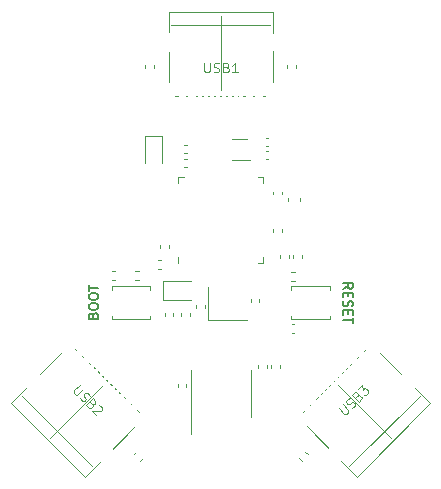
<source format=gto>
G04 #@! TF.GenerationSoftware,KiCad,Pcbnew,(5.1.10-1-10_14)*
G04 #@! TF.CreationDate,2021-07-26T04:46:29-07:00*
G04 #@! TF.ProjectId,Synapse,53796e61-7073-4652-9e6b-696361645f70,1*
G04 #@! TF.SameCoordinates,Original*
G04 #@! TF.FileFunction,Legend,Top*
G04 #@! TF.FilePolarity,Positive*
%FSLAX46Y46*%
G04 Gerber Fmt 4.6, Leading zero omitted, Abs format (unit mm)*
G04 Created by KiCad (PCBNEW (5.1.10-1-10_14)) date 2021-07-26 04:46:29*
%MOMM*%
%LPD*%
G01*
G04 APERTURE LIST*
%ADD10C,0.153000*%
%ADD11C,0.020000*%
%ADD12C,0.100000*%
%ADD13C,0.120000*%
%ADD14C,0.670000*%
%ADD15C,0.152400*%
%ADD16R,0.300000X1.450000*%
%ADD17R,1.150000X1.000000*%
%ADD18R,0.600000X1.100000*%
%ADD19R,5.600000X5.600000*%
%ADD20R,0.450000X0.300000*%
%ADD21R,0.900000X1.700000*%
G04 APERTURE END LIST*
D10*
X-10807142Y-6085714D02*
X-10769047Y-5971428D01*
X-10730952Y-5933333D01*
X-10654761Y-5895238D01*
X-10540476Y-5895238D01*
X-10464285Y-5933333D01*
X-10426190Y-5971428D01*
X-10388095Y-6047619D01*
X-10388095Y-6352380D01*
X-11188095Y-6352380D01*
X-11188095Y-6085714D01*
X-11150000Y-6009523D01*
X-11111904Y-5971428D01*
X-11035714Y-5933333D01*
X-10959523Y-5933333D01*
X-10883333Y-5971428D01*
X-10845238Y-6009523D01*
X-10807142Y-6085714D01*
X-10807142Y-6352380D01*
X-11188095Y-5400000D02*
X-11188095Y-5247619D01*
X-11150000Y-5171428D01*
X-11073809Y-5095238D01*
X-10921428Y-5057142D01*
X-10654761Y-5057142D01*
X-10502380Y-5095238D01*
X-10426190Y-5171428D01*
X-10388095Y-5247619D01*
X-10388095Y-5400000D01*
X-10426190Y-5476190D01*
X-10502380Y-5552380D01*
X-10654761Y-5590476D01*
X-10921428Y-5590476D01*
X-11073809Y-5552380D01*
X-11150000Y-5476190D01*
X-11188095Y-5400000D01*
X-11188095Y-4561904D02*
X-11188095Y-4409523D01*
X-11150000Y-4333333D01*
X-11073809Y-4257142D01*
X-10921428Y-4219047D01*
X-10654761Y-4219047D01*
X-10502380Y-4257142D01*
X-10426190Y-4333333D01*
X-10388095Y-4409523D01*
X-10388095Y-4561904D01*
X-10426190Y-4638095D01*
X-10502380Y-4714285D01*
X-10654761Y-4752380D01*
X-10921428Y-4752380D01*
X-11073809Y-4714285D01*
X-11150000Y-4638095D01*
X-11188095Y-4561904D01*
X-11188095Y-3990476D02*
X-11188095Y-3533333D01*
X-10388095Y-3761904D02*
X-11188095Y-3761904D01*
X10388095Y-3838095D02*
X10769047Y-3571428D01*
X10388095Y-3380952D02*
X11188095Y-3380952D01*
X11188095Y-3685714D01*
X11150000Y-3761904D01*
X11111904Y-3800000D01*
X11035714Y-3838095D01*
X10921428Y-3838095D01*
X10845238Y-3800000D01*
X10807142Y-3761904D01*
X10769047Y-3685714D01*
X10769047Y-3380952D01*
X10807142Y-4180952D02*
X10807142Y-4447619D01*
X10388095Y-4561904D02*
X10388095Y-4180952D01*
X11188095Y-4180952D01*
X11188095Y-4561904D01*
X10426190Y-4866666D02*
X10388095Y-4980952D01*
X10388095Y-5171428D01*
X10426190Y-5247619D01*
X10464285Y-5285714D01*
X10540476Y-5323809D01*
X10616666Y-5323809D01*
X10692857Y-5285714D01*
X10730952Y-5247619D01*
X10769047Y-5171428D01*
X10807142Y-5019047D01*
X10845238Y-4942857D01*
X10883333Y-4904761D01*
X10959523Y-4866666D01*
X11035714Y-4866666D01*
X11111904Y-4904761D01*
X11150000Y-4942857D01*
X11188095Y-5019047D01*
X11188095Y-5209523D01*
X11150000Y-5323809D01*
X10807142Y-5666666D02*
X10807142Y-5933333D01*
X10388095Y-6047619D02*
X10388095Y-5666666D01*
X11188095Y-5666666D01*
X11188095Y-6047619D01*
X11188095Y-6276190D02*
X11188095Y-6733333D01*
X10388095Y-6504761D02*
X11188095Y-6504761D01*
D11*
X9957431Y-11957431D02*
X14426346Y-16426346D01*
D12*
X16830509Y-12890812D02*
X10890812Y-18830509D01*
X6506750Y-14729289D02*
X12729289Y-8506750D01*
X17749747Y-13527208D02*
X11527208Y-19749747D01*
X12729289Y-8506750D02*
X17749747Y-13527208D01*
X6506750Y-14729289D02*
X11527208Y-19749747D01*
D11*
X-9957431Y-11957431D02*
X-14426346Y-16426346D01*
D12*
X-10890812Y-18830509D02*
X-16830509Y-12890812D01*
X-12729289Y-8506750D02*
X-6506750Y-14729289D01*
X-11527208Y-19749747D02*
X-17749747Y-13527208D01*
X-6506750Y-14729289D02*
X-11527208Y-19749747D01*
X-12729289Y-8506750D02*
X-17749747Y-13527208D01*
D11*
X0Y12980000D02*
X0Y19300000D01*
D12*
X-4200000Y18500000D02*
X4200000Y18500000D01*
X4400000Y12500000D02*
X-4400000Y12500000D01*
X-4400000Y19600000D02*
X4400000Y19600000D01*
X-4400000Y12500000D02*
X-4400000Y19600000D01*
X4400000Y12500000D02*
X4400000Y19600000D01*
D13*
X-1050000Y-6500000D02*
X2250000Y-6500000D01*
X-1050000Y-3700000D02*
X-1050000Y-6500000D01*
X-4900000Y-4800000D02*
X-2500000Y-4800000D01*
X-4900000Y-3200000D02*
X-4900000Y-4800000D01*
X-2500000Y-3200000D02*
X-4900000Y-3200000D01*
X-3610000Y-1135000D02*
X-3610000Y-1610000D01*
X3610000Y5610000D02*
X3135000Y5610000D01*
X3610000Y5135000D02*
X3610000Y5610000D01*
X3610000Y-1610000D02*
X3135000Y-1610000D01*
X3610000Y-1135000D02*
X3610000Y-1610000D01*
X-3610000Y5610000D02*
X-3135000Y5610000D01*
X-3610000Y5135000D02*
X-3610000Y5610000D01*
X-2560000Y-12700000D02*
X-2560000Y-16150000D01*
X-2560000Y-12700000D02*
X-2560000Y-10750000D01*
X2560000Y-12700000D02*
X2560000Y-14650000D01*
X2560000Y-12700000D02*
X2560000Y-10750000D01*
X2500000Y7060000D02*
X950000Y7060000D01*
X950000Y8860000D02*
X2250000Y8860000D01*
X9250000Y-3600000D02*
X9250000Y-3900000D01*
X5950000Y-3600000D02*
X9250000Y-3600000D01*
X5950000Y-3900000D02*
X5950000Y-3600000D01*
X9250000Y-6400000D02*
X9250000Y-6100000D01*
X5950000Y-6400000D02*
X9250000Y-6400000D01*
X5950000Y-6100000D02*
X5950000Y-6400000D01*
X-5950000Y-3600000D02*
X-5950000Y-3900000D01*
X-9250000Y-3600000D02*
X-5950000Y-3600000D01*
X-9250000Y-3900000D02*
X-9250000Y-3600000D01*
X-5950000Y-6400000D02*
X-5950000Y-6100000D01*
X-9250000Y-6400000D02*
X-5950000Y-6400000D01*
X-9250000Y-6100000D02*
X-9250000Y-6400000D01*
X-5620000Y15153641D02*
X-5620000Y14846359D01*
X-6380000Y15153641D02*
X-6380000Y14846359D01*
X6622659Y-18160060D02*
X6839940Y-18377341D01*
X7160060Y-17622659D02*
X7377341Y-17839940D01*
X-7160060Y-17622659D02*
X-7377341Y-17839940D01*
X-6622659Y-18160060D02*
X-6839940Y-18377341D01*
X5620000Y15153641D02*
X5620000Y14846359D01*
X6380000Y15153641D02*
X6380000Y14846359D01*
X3120000Y-10246359D02*
X3120000Y-10553641D01*
X3880000Y-10246359D02*
X3880000Y-10553641D01*
X4980000Y-10553641D02*
X4980000Y-10246359D01*
X4220000Y-10553641D02*
X4220000Y-10246359D01*
X5946359Y-3180000D02*
X6253641Y-3180000D01*
X5946359Y-2420000D02*
X6253641Y-2420000D01*
X-2846359Y8380000D02*
X-3153641Y8380000D01*
X-2846359Y7620000D02*
X-3153641Y7620000D01*
X-6946359Y-2320000D02*
X-7253641Y-2320000D01*
X-6946359Y-3080000D02*
X-7253641Y-3080000D01*
X4420000Y1253641D02*
X4420000Y946359D01*
X5180000Y1253641D02*
X5180000Y946359D01*
X-6435000Y9085000D02*
X-6435000Y6800000D01*
X-4965000Y9085000D02*
X-6435000Y9085000D01*
X-4965000Y6800000D02*
X-4965000Y9085000D01*
X6207836Y-6840000D02*
X5992164Y-6840000D01*
X6207836Y-7560000D02*
X5992164Y-7560000D01*
X-5092164Y-2160000D02*
X-5307836Y-2160000D01*
X-5092164Y-1440000D02*
X-5307836Y-1440000D01*
X-3360000Y-5892164D02*
X-3360000Y-6107836D01*
X-2640000Y-5892164D02*
X-2640000Y-6107836D01*
X-4760000Y-5892164D02*
X-4760000Y-6107836D01*
X-4040000Y-5892164D02*
X-4040000Y-6107836D01*
X6140000Y-992164D02*
X6140000Y-1207836D01*
X6860000Y-992164D02*
X6860000Y-1207836D01*
X5040000Y-992164D02*
X5040000Y-1207836D01*
X5760000Y-992164D02*
X5760000Y-1207836D01*
X-8992164Y-2340000D02*
X-9207836Y-2340000D01*
X-8992164Y-3060000D02*
X-9207836Y-3060000D01*
X2540000Y-4742164D02*
X2540000Y-4957836D01*
X3260000Y-4742164D02*
X3260000Y-4957836D01*
X-1340000Y-5457836D02*
X-1340000Y-5242164D01*
X-2060000Y-5457836D02*
X-2060000Y-5242164D01*
X-5110000Y-357836D02*
X-5110000Y-142164D01*
X-4390000Y-357836D02*
X-4390000Y-142164D01*
X-3107836Y6440000D02*
X-2892164Y6440000D01*
X-3107836Y7160000D02*
X-2892164Y7160000D01*
X4440000Y4382836D02*
X4440000Y4167164D01*
X5160000Y4382836D02*
X5160000Y4167164D01*
X5690000Y3840580D02*
X5690000Y3559420D01*
X6710000Y3840580D02*
X6710000Y3559420D01*
X-2920000Y-12147836D02*
X-2920000Y-11932164D01*
X-3640000Y-12147836D02*
X-3640000Y-11932164D01*
X3792164Y7140000D02*
X4007836Y7140000D01*
X3792164Y7860000D02*
X4007836Y7860000D01*
X3792164Y8240000D02*
X4007836Y8240000D01*
X3792164Y8960000D02*
X4007836Y8960000D01*
D12*
X9986724Y-13953155D02*
X10444660Y-14411090D01*
X10525472Y-14438028D01*
X10579347Y-14438028D01*
X10660159Y-14411090D01*
X10767909Y-14303341D01*
X10794846Y-14222529D01*
X10794846Y-14168654D01*
X10767909Y-14087842D01*
X10309973Y-13629906D01*
X11091158Y-13926217D02*
X11198907Y-13872342D01*
X11333594Y-13737655D01*
X11360532Y-13656843D01*
X11360532Y-13602968D01*
X11333594Y-13522156D01*
X11279720Y-13468281D01*
X11198907Y-13441344D01*
X11145032Y-13441344D01*
X11064220Y-13468281D01*
X10929533Y-13549094D01*
X10848721Y-13576031D01*
X10794846Y-13576031D01*
X10714034Y-13549094D01*
X10660159Y-13495219D01*
X10633222Y-13414407D01*
X10633222Y-13360532D01*
X10660159Y-13279720D01*
X10794846Y-13145032D01*
X10902596Y-13091158D01*
X11576031Y-12902596D02*
X11683781Y-12848721D01*
X11737655Y-12848721D01*
X11818468Y-12875658D01*
X11899280Y-12956471D01*
X11926217Y-13037283D01*
X11926217Y-13091158D01*
X11899280Y-13171970D01*
X11683781Y-13387469D01*
X11118095Y-12821784D01*
X11306657Y-12633222D01*
X11387469Y-12606284D01*
X11441344Y-12606284D01*
X11522156Y-12633222D01*
X11576031Y-12687097D01*
X11602968Y-12767909D01*
X11602968Y-12821784D01*
X11576031Y-12902596D01*
X11387469Y-13091158D01*
X11629906Y-12309973D02*
X11980092Y-11959787D01*
X12007029Y-12363848D01*
X12087842Y-12283036D01*
X12168654Y-12256098D01*
X12222529Y-12256098D01*
X12303341Y-12283036D01*
X12438028Y-12417723D01*
X12464965Y-12498535D01*
X12464965Y-12552410D01*
X12438028Y-12633222D01*
X12276403Y-12794846D01*
X12195591Y-12821784D01*
X12141716Y-12821784D01*
X-11953155Y-11986724D02*
X-12411090Y-12444660D01*
X-12438028Y-12525472D01*
X-12438028Y-12579347D01*
X-12411090Y-12660159D01*
X-12303341Y-12767909D01*
X-12222529Y-12794846D01*
X-12168654Y-12794846D01*
X-12087842Y-12767909D01*
X-11629906Y-12309973D01*
X-11926217Y-13091158D02*
X-11872342Y-13198907D01*
X-11737655Y-13333594D01*
X-11656843Y-13360532D01*
X-11602968Y-13360532D01*
X-11522156Y-13333594D01*
X-11468281Y-13279720D01*
X-11441344Y-13198907D01*
X-11441344Y-13145032D01*
X-11468281Y-13064220D01*
X-11549094Y-12929533D01*
X-11576031Y-12848721D01*
X-11576031Y-12794846D01*
X-11549094Y-12714034D01*
X-11495219Y-12660159D01*
X-11414407Y-12633222D01*
X-11360532Y-12633222D01*
X-11279720Y-12660159D01*
X-11145032Y-12794846D01*
X-11091158Y-12902596D01*
X-10902596Y-13576031D02*
X-10848721Y-13683781D01*
X-10848721Y-13737655D01*
X-10875658Y-13818468D01*
X-10956471Y-13899280D01*
X-11037283Y-13926217D01*
X-11091158Y-13926217D01*
X-11171970Y-13899280D01*
X-11387469Y-13683781D01*
X-10821784Y-13118095D01*
X-10633222Y-13306657D01*
X-10606284Y-13387469D01*
X-10606284Y-13441344D01*
X-10633222Y-13522156D01*
X-10687097Y-13576031D01*
X-10767909Y-13602968D01*
X-10821784Y-13602968D01*
X-10902596Y-13576031D01*
X-11091158Y-13387469D01*
X-10336910Y-13710718D02*
X-10283036Y-13710718D01*
X-10202223Y-13737655D01*
X-10067536Y-13872342D01*
X-10040599Y-13953155D01*
X-10040599Y-14007029D01*
X-10067536Y-14087842D01*
X-10121411Y-14141716D01*
X-10229161Y-14195591D01*
X-10875658Y-14195591D01*
X-10525472Y-14545777D01*
X-1390476Y15288095D02*
X-1390476Y14640476D01*
X-1352380Y14564285D01*
X-1314285Y14526190D01*
X-1238095Y14488095D01*
X-1085714Y14488095D01*
X-1009523Y14526190D01*
X-971428Y14564285D01*
X-933333Y14640476D01*
X-933333Y15288095D01*
X-590476Y14526190D02*
X-476190Y14488095D01*
X-285714Y14488095D01*
X-209523Y14526190D01*
X-171428Y14564285D01*
X-133333Y14640476D01*
X-133333Y14716666D01*
X-171428Y14792857D01*
X-209523Y14830952D01*
X-285714Y14869047D01*
X-438095Y14907142D01*
X-514285Y14945238D01*
X-552380Y14983333D01*
X-590476Y15059523D01*
X-590476Y15135714D01*
X-552380Y15211904D01*
X-514285Y15250000D01*
X-438095Y15288095D01*
X-247619Y15288095D01*
X-133333Y15250000D01*
X476190Y14907142D02*
X590476Y14869047D01*
X628571Y14830952D01*
X666666Y14754761D01*
X666666Y14640476D01*
X628571Y14564285D01*
X590476Y14526190D01*
X514285Y14488095D01*
X209523Y14488095D01*
X209523Y15288095D01*
X476190Y15288095D01*
X552380Y15250000D01*
X590476Y15211904D01*
X628571Y15135714D01*
X628571Y15059523D01*
X590476Y14983333D01*
X552380Y14945238D01*
X476190Y14907142D01*
X209523Y14907142D01*
X1428571Y14488095D02*
X971428Y14488095D01*
X1200000Y14488095D02*
X1200000Y15288095D01*
X1123809Y15173809D01*
X1047619Y15097619D01*
X971428Y15059523D01*
%LPC*%
D14*
X12269670Y-10168451D03*
X8168451Y-14269670D03*
D15*
G36*
X7196178Y-14216636D02*
G01*
X6170874Y-13191332D01*
X6383006Y-12979200D01*
X7408310Y-14004504D01*
X7196178Y-14216636D01*
G37*
G36*
X7761864Y-13650951D02*
G01*
X6736560Y-12625647D01*
X6948692Y-12413515D01*
X7973996Y-13438819D01*
X7761864Y-13650951D01*
G37*
G36*
X8362905Y-13049910D02*
G01*
X7337601Y-12024606D01*
X7549733Y-11812474D01*
X8575037Y-12837778D01*
X8362905Y-13049910D01*
G37*
G36*
G01*
X9603878Y-18420386D02*
X9179614Y-17996122D01*
G75*
G02*
X9179614Y-17289016I353553J353553D01*
G01*
X9179614Y-17289016D01*
G75*
G02*
X9886720Y-17289016I353553J-353553D01*
G01*
X10310984Y-17713280D01*
G75*
G02*
X10310984Y-18420386I-353553J-353553D01*
G01*
X10310984Y-18420386D01*
G75*
G02*
X9603878Y-18420386I-353553J353553D01*
G01*
G37*
G36*
G01*
X15713280Y-12310984D02*
X15289016Y-11886720D01*
G75*
G02*
X15289016Y-11179614I353553J353553D01*
G01*
X15289016Y-11179614D01*
G75*
G02*
X15996122Y-11179614I353553J-353553D01*
G01*
X16420386Y-11603878D01*
G75*
G02*
X16420386Y-12310984I-353553J-353553D01*
G01*
X16420386Y-12310984D01*
G75*
G02*
X15713280Y-12310984I-353553J353553D01*
G01*
G37*
G36*
G01*
X12757574Y-9355277D02*
X12333310Y-8931013D01*
G75*
G02*
X12333310Y-8223907I353553J353553D01*
G01*
X12333310Y-8223907D01*
G75*
G02*
X13040416Y-8223907I353553J-353553D01*
G01*
X13464680Y-8648171D01*
G75*
G02*
X13464680Y-9355277I-353553J-353553D01*
G01*
X13464680Y-9355277D01*
G75*
G02*
X12757574Y-9355277I-353553J353553D01*
G01*
G37*
G36*
G01*
X6648171Y-15464680D02*
X6223907Y-15040416D01*
G75*
G02*
X6223907Y-14333310I353553J353553D01*
G01*
X6223907Y-14333310D01*
G75*
G02*
X6931013Y-14333310I353553J-353553D01*
G01*
X7355277Y-14757574D01*
G75*
G02*
X7355277Y-15464680I-353553J-353553D01*
G01*
X7355277Y-15464680D01*
G75*
G02*
X6648171Y-15464680I-353553J353553D01*
G01*
G37*
G36*
X7408310Y-14004504D02*
G01*
X6383006Y-12979200D01*
X6595138Y-12767068D01*
X7620442Y-13792372D01*
X7408310Y-14004504D01*
G37*
G36*
X7973996Y-13438819D02*
G01*
X6948692Y-12413515D01*
X7160824Y-12201383D01*
X8186128Y-13226687D01*
X7973996Y-13438819D01*
G37*
G36*
X8716458Y-12696357D02*
G01*
X7691154Y-11671053D01*
X7903286Y-11458921D01*
X8928590Y-12484225D01*
X8716458Y-12696357D01*
G37*
G36*
X10837778Y-10575037D02*
G01*
X9812474Y-9549733D01*
X10024606Y-9337601D01*
X11049910Y-10362905D01*
X10837778Y-10575037D01*
G37*
G36*
X11438819Y-9973996D02*
G01*
X10413515Y-8948692D01*
X10625647Y-8736560D01*
X11650951Y-9761864D01*
X11438819Y-9973996D01*
G37*
G36*
X12004504Y-9408310D02*
G01*
X10979200Y-8383006D01*
X11191332Y-8170874D01*
X12216636Y-9196178D01*
X12004504Y-9408310D01*
G37*
G36*
X11792372Y-9620442D02*
G01*
X10767068Y-8595138D01*
X10979200Y-8383006D01*
X12004504Y-9408310D01*
X11792372Y-9620442D01*
G37*
G36*
X11226687Y-10186128D02*
G01*
X10201383Y-9160824D01*
X10413515Y-8948692D01*
X11438819Y-9973996D01*
X11226687Y-10186128D01*
G37*
G36*
X10484225Y-10928590D02*
G01*
X9458921Y-9903286D01*
X9671053Y-9691154D01*
X10696357Y-10716458D01*
X10484225Y-10928590D01*
G37*
G36*
X10130672Y-11282143D02*
G01*
X9105368Y-10256839D01*
X9317500Y-10044707D01*
X10342804Y-11070011D01*
X10130672Y-11282143D01*
G37*
G36*
X9777118Y-11635697D02*
G01*
X8751814Y-10610393D01*
X8963946Y-10398261D01*
X9989250Y-11423565D01*
X9777118Y-11635697D01*
G37*
G36*
X9423565Y-11989250D02*
G01*
X8398261Y-10963946D01*
X8610393Y-10751814D01*
X9635697Y-11777118D01*
X9423565Y-11989250D01*
G37*
G36*
X9070011Y-12342804D02*
G01*
X8044707Y-11317500D01*
X8256839Y-11105368D01*
X9282143Y-12130672D01*
X9070011Y-12342804D01*
G37*
D14*
X-8168451Y-14269670D03*
X-12269670Y-10168451D03*
D15*
G36*
X-12216636Y-9196178D02*
G01*
X-11191332Y-8170874D01*
X-10979200Y-8383006D01*
X-12004504Y-9408310D01*
X-12216636Y-9196178D01*
G37*
G36*
X-11650951Y-9761864D02*
G01*
X-10625647Y-8736560D01*
X-10413515Y-8948692D01*
X-11438819Y-9973996D01*
X-11650951Y-9761864D01*
G37*
G36*
X-11049910Y-10362905D02*
G01*
X-10024606Y-9337601D01*
X-9812474Y-9549733D01*
X-10837778Y-10575037D01*
X-11049910Y-10362905D01*
G37*
G36*
G01*
X-16420386Y-11603878D02*
X-15996122Y-11179614D01*
G75*
G02*
X-15289016Y-11179614I353553J-353553D01*
G01*
X-15289016Y-11179614D01*
G75*
G02*
X-15289016Y-11886720I-353553J-353553D01*
G01*
X-15713280Y-12310984D01*
G75*
G02*
X-16420386Y-12310984I-353553J353553D01*
G01*
X-16420386Y-12310984D01*
G75*
G02*
X-16420386Y-11603878I353553J353553D01*
G01*
G37*
G36*
G01*
X-10310984Y-17713280D02*
X-9886720Y-17289016D01*
G75*
G02*
X-9179614Y-17289016I353553J-353553D01*
G01*
X-9179614Y-17289016D01*
G75*
G02*
X-9179614Y-17996122I-353553J-353553D01*
G01*
X-9603878Y-18420386D01*
G75*
G02*
X-10310984Y-18420386I-353553J353553D01*
G01*
X-10310984Y-18420386D01*
G75*
G02*
X-10310984Y-17713280I353553J353553D01*
G01*
G37*
G36*
G01*
X-7355277Y-14757574D02*
X-6931013Y-14333310D01*
G75*
G02*
X-6223907Y-14333310I353553J-353553D01*
G01*
X-6223907Y-14333310D01*
G75*
G02*
X-6223907Y-15040416I-353553J-353553D01*
G01*
X-6648171Y-15464680D01*
G75*
G02*
X-7355277Y-15464680I-353553J353553D01*
G01*
X-7355277Y-15464680D01*
G75*
G02*
X-7355277Y-14757574I353553J353553D01*
G01*
G37*
G36*
G01*
X-13464680Y-8648171D02*
X-13040416Y-8223907D01*
G75*
G02*
X-12333310Y-8223907I353553J-353553D01*
G01*
X-12333310Y-8223907D01*
G75*
G02*
X-12333310Y-8931013I-353553J-353553D01*
G01*
X-12757574Y-9355277D01*
G75*
G02*
X-13464680Y-9355277I-353553J353553D01*
G01*
X-13464680Y-9355277D01*
G75*
G02*
X-13464680Y-8648171I353553J353553D01*
G01*
G37*
G36*
X-12004504Y-9408310D02*
G01*
X-10979200Y-8383006D01*
X-10767068Y-8595138D01*
X-11792372Y-9620442D01*
X-12004504Y-9408310D01*
G37*
G36*
X-11438819Y-9973996D02*
G01*
X-10413515Y-8948692D01*
X-10201383Y-9160824D01*
X-11226687Y-10186128D01*
X-11438819Y-9973996D01*
G37*
G36*
X-10696357Y-10716458D02*
G01*
X-9671053Y-9691154D01*
X-9458921Y-9903286D01*
X-10484225Y-10928590D01*
X-10696357Y-10716458D01*
G37*
G36*
X-8575037Y-12837778D02*
G01*
X-7549733Y-11812474D01*
X-7337601Y-12024606D01*
X-8362905Y-13049910D01*
X-8575037Y-12837778D01*
G37*
G36*
X-7973996Y-13438819D02*
G01*
X-6948692Y-12413515D01*
X-6736560Y-12625647D01*
X-7761864Y-13650951D01*
X-7973996Y-13438819D01*
G37*
G36*
X-7408310Y-14004504D02*
G01*
X-6383006Y-12979200D01*
X-6170874Y-13191332D01*
X-7196178Y-14216636D01*
X-7408310Y-14004504D01*
G37*
G36*
X-7620442Y-13792372D02*
G01*
X-6595138Y-12767068D01*
X-6383006Y-12979200D01*
X-7408310Y-14004504D01*
X-7620442Y-13792372D01*
G37*
G36*
X-8186128Y-13226687D02*
G01*
X-7160824Y-12201383D01*
X-6948692Y-12413515D01*
X-7973996Y-13438819D01*
X-8186128Y-13226687D01*
G37*
G36*
X-8928590Y-12484225D02*
G01*
X-7903286Y-11458921D01*
X-7691154Y-11671053D01*
X-8716458Y-12696357D01*
X-8928590Y-12484225D01*
G37*
G36*
X-9282143Y-12130672D02*
G01*
X-8256839Y-11105368D01*
X-8044707Y-11317500D01*
X-9070011Y-12342804D01*
X-9282143Y-12130672D01*
G37*
G36*
X-9635697Y-11777118D02*
G01*
X-8610393Y-10751814D01*
X-8398261Y-10963946D01*
X-9423565Y-11989250D01*
X-9635697Y-11777118D01*
G37*
G36*
X-9989250Y-11423565D02*
G01*
X-8963946Y-10398261D01*
X-8751814Y-10610393D01*
X-9777118Y-11635697D01*
X-9989250Y-11423565D01*
G37*
G36*
X-10342804Y-11070011D02*
G01*
X-9317500Y-10044707D01*
X-9105368Y-10256839D01*
X-10130672Y-11282143D01*
X-10342804Y-11070011D01*
G37*
D14*
X-2900000Y13350000D03*
X2900000Y13350000D03*
D16*
X3400000Y11900000D03*
X2600000Y11900000D03*
X1750000Y11900000D03*
G36*
G01*
X4820000Y17300000D02*
X4820000Y16700000D01*
G75*
G02*
X4320000Y16200000I-500000J0D01*
G01*
X4320000Y16200000D01*
G75*
G02*
X3820000Y16700000I0J500000D01*
G01*
X3820000Y17300000D01*
G75*
G02*
X4320000Y17800000I500000J0D01*
G01*
X4320000Y17800000D01*
G75*
G02*
X4820000Y17300000I0J-500000D01*
G01*
G37*
G36*
G01*
X-3820000Y17300000D02*
X-3820000Y16700000D01*
G75*
G02*
X-4320000Y16200000I-500000J0D01*
G01*
X-4320000Y16200000D01*
G75*
G02*
X-4820000Y16700000I0J500000D01*
G01*
X-4820000Y17300000D01*
G75*
G02*
X-4320000Y17800000I500000J0D01*
G01*
X-4320000Y17800000D01*
G75*
G02*
X-3820000Y17300000I0J-500000D01*
G01*
G37*
G36*
G01*
X-3820000Y13120000D02*
X-3820000Y12520000D01*
G75*
G02*
X-4320000Y12020000I-500000J0D01*
G01*
X-4320000Y12020000D01*
G75*
G02*
X-4820000Y12520000I0J500000D01*
G01*
X-4820000Y13120000D01*
G75*
G02*
X-4320000Y13620000I500000J0D01*
G01*
X-4320000Y13620000D01*
G75*
G02*
X-3820000Y13120000I0J-500000D01*
G01*
G37*
G36*
G01*
X4820000Y13120000D02*
X4820000Y12520000D01*
G75*
G02*
X4320000Y12020000I-500000J0D01*
G01*
X4320000Y12020000D01*
G75*
G02*
X3820000Y12520000I0J500000D01*
G01*
X3820000Y13120000D01*
G75*
G02*
X4320000Y13620000I500000J0D01*
G01*
X4320000Y13620000D01*
G75*
G02*
X4820000Y13120000I0J-500000D01*
G01*
G37*
X3100000Y11900000D03*
X2300000Y11900000D03*
X1250000Y11900000D03*
X-1750000Y11900000D03*
X-2600000Y11900000D03*
X-3400000Y11900000D03*
X-3100000Y11900000D03*
X-2300000Y11900000D03*
X-1250000Y11900000D03*
X-750000Y11900000D03*
X-250000Y11900000D03*
X250000Y11900000D03*
X750000Y11900000D03*
D17*
X-275000Y-4400000D03*
X1475000Y-4400000D03*
X1475000Y-5800000D03*
X-275000Y-5800000D03*
D18*
X-3000000Y-4000000D03*
X-4400000Y-4000000D03*
D19*
X0Y2000000D03*
G36*
G01*
X-3062500Y-875000D02*
X-3812500Y-875000D01*
G75*
G02*
X-3875000Y-812500I0J62500D01*
G01*
X-3875000Y-687500D01*
G75*
G02*
X-3812500Y-625000I62500J0D01*
G01*
X-3062500Y-625000D01*
G75*
G02*
X-3000000Y-687500I0J-62500D01*
G01*
X-3000000Y-812500D01*
G75*
G02*
X-3062500Y-875000I-62500J0D01*
G01*
G37*
G36*
G01*
X-3062500Y-375000D02*
X-3812500Y-375000D01*
G75*
G02*
X-3875000Y-312500I0J62500D01*
G01*
X-3875000Y-187500D01*
G75*
G02*
X-3812500Y-125000I62500J0D01*
G01*
X-3062500Y-125000D01*
G75*
G02*
X-3000000Y-187500I0J-62500D01*
G01*
X-3000000Y-312500D01*
G75*
G02*
X-3062500Y-375000I-62500J0D01*
G01*
G37*
G36*
G01*
X-3062500Y125000D02*
X-3812500Y125000D01*
G75*
G02*
X-3875000Y187500I0J62500D01*
G01*
X-3875000Y312500D01*
G75*
G02*
X-3812500Y375000I62500J0D01*
G01*
X-3062500Y375000D01*
G75*
G02*
X-3000000Y312500I0J-62500D01*
G01*
X-3000000Y187500D01*
G75*
G02*
X-3062500Y125000I-62500J0D01*
G01*
G37*
G36*
G01*
X-3062500Y625000D02*
X-3812500Y625000D01*
G75*
G02*
X-3875000Y687500I0J62500D01*
G01*
X-3875000Y812500D01*
G75*
G02*
X-3812500Y875000I62500J0D01*
G01*
X-3062500Y875000D01*
G75*
G02*
X-3000000Y812500I0J-62500D01*
G01*
X-3000000Y687500D01*
G75*
G02*
X-3062500Y625000I-62500J0D01*
G01*
G37*
G36*
G01*
X-3062500Y1125000D02*
X-3812500Y1125000D01*
G75*
G02*
X-3875000Y1187500I0J62500D01*
G01*
X-3875000Y1312500D01*
G75*
G02*
X-3812500Y1375000I62500J0D01*
G01*
X-3062500Y1375000D01*
G75*
G02*
X-3000000Y1312500I0J-62500D01*
G01*
X-3000000Y1187500D01*
G75*
G02*
X-3062500Y1125000I-62500J0D01*
G01*
G37*
G36*
G01*
X-3062500Y1625000D02*
X-3812500Y1625000D01*
G75*
G02*
X-3875000Y1687500I0J62500D01*
G01*
X-3875000Y1812500D01*
G75*
G02*
X-3812500Y1875000I62500J0D01*
G01*
X-3062500Y1875000D01*
G75*
G02*
X-3000000Y1812500I0J-62500D01*
G01*
X-3000000Y1687500D01*
G75*
G02*
X-3062500Y1625000I-62500J0D01*
G01*
G37*
G36*
G01*
X-3062500Y2125000D02*
X-3812500Y2125000D01*
G75*
G02*
X-3875000Y2187500I0J62500D01*
G01*
X-3875000Y2312500D01*
G75*
G02*
X-3812500Y2375000I62500J0D01*
G01*
X-3062500Y2375000D01*
G75*
G02*
X-3000000Y2312500I0J-62500D01*
G01*
X-3000000Y2187500D01*
G75*
G02*
X-3062500Y2125000I-62500J0D01*
G01*
G37*
G36*
G01*
X-3062500Y2625000D02*
X-3812500Y2625000D01*
G75*
G02*
X-3875000Y2687500I0J62500D01*
G01*
X-3875000Y2812500D01*
G75*
G02*
X-3812500Y2875000I62500J0D01*
G01*
X-3062500Y2875000D01*
G75*
G02*
X-3000000Y2812500I0J-62500D01*
G01*
X-3000000Y2687500D01*
G75*
G02*
X-3062500Y2625000I-62500J0D01*
G01*
G37*
G36*
G01*
X-3062500Y3125000D02*
X-3812500Y3125000D01*
G75*
G02*
X-3875000Y3187500I0J62500D01*
G01*
X-3875000Y3312500D01*
G75*
G02*
X-3812500Y3375000I62500J0D01*
G01*
X-3062500Y3375000D01*
G75*
G02*
X-3000000Y3312500I0J-62500D01*
G01*
X-3000000Y3187500D01*
G75*
G02*
X-3062500Y3125000I-62500J0D01*
G01*
G37*
G36*
G01*
X-3062500Y3625000D02*
X-3812500Y3625000D01*
G75*
G02*
X-3875000Y3687500I0J62500D01*
G01*
X-3875000Y3812500D01*
G75*
G02*
X-3812500Y3875000I62500J0D01*
G01*
X-3062500Y3875000D01*
G75*
G02*
X-3000000Y3812500I0J-62500D01*
G01*
X-3000000Y3687500D01*
G75*
G02*
X-3062500Y3625000I-62500J0D01*
G01*
G37*
G36*
G01*
X-3062500Y4125000D02*
X-3812500Y4125000D01*
G75*
G02*
X-3875000Y4187500I0J62500D01*
G01*
X-3875000Y4312500D01*
G75*
G02*
X-3812500Y4375000I62500J0D01*
G01*
X-3062500Y4375000D01*
G75*
G02*
X-3000000Y4312500I0J-62500D01*
G01*
X-3000000Y4187500D01*
G75*
G02*
X-3062500Y4125000I-62500J0D01*
G01*
G37*
G36*
G01*
X-3062500Y4625000D02*
X-3812500Y4625000D01*
G75*
G02*
X-3875000Y4687500I0J62500D01*
G01*
X-3875000Y4812500D01*
G75*
G02*
X-3812500Y4875000I62500J0D01*
G01*
X-3062500Y4875000D01*
G75*
G02*
X-3000000Y4812500I0J-62500D01*
G01*
X-3000000Y4687500D01*
G75*
G02*
X-3062500Y4625000I-62500J0D01*
G01*
G37*
G36*
G01*
X-2687500Y5000000D02*
X-2812500Y5000000D01*
G75*
G02*
X-2875000Y5062500I0J62500D01*
G01*
X-2875000Y5812500D01*
G75*
G02*
X-2812500Y5875000I62500J0D01*
G01*
X-2687500Y5875000D01*
G75*
G02*
X-2625000Y5812500I0J-62500D01*
G01*
X-2625000Y5062500D01*
G75*
G02*
X-2687500Y5000000I-62500J0D01*
G01*
G37*
G36*
G01*
X-2187500Y5000000D02*
X-2312500Y5000000D01*
G75*
G02*
X-2375000Y5062500I0J62500D01*
G01*
X-2375000Y5812500D01*
G75*
G02*
X-2312500Y5875000I62500J0D01*
G01*
X-2187500Y5875000D01*
G75*
G02*
X-2125000Y5812500I0J-62500D01*
G01*
X-2125000Y5062500D01*
G75*
G02*
X-2187500Y5000000I-62500J0D01*
G01*
G37*
G36*
G01*
X-1687500Y5000000D02*
X-1812500Y5000000D01*
G75*
G02*
X-1875000Y5062500I0J62500D01*
G01*
X-1875000Y5812500D01*
G75*
G02*
X-1812500Y5875000I62500J0D01*
G01*
X-1687500Y5875000D01*
G75*
G02*
X-1625000Y5812500I0J-62500D01*
G01*
X-1625000Y5062500D01*
G75*
G02*
X-1687500Y5000000I-62500J0D01*
G01*
G37*
G36*
G01*
X-1187500Y5000000D02*
X-1312500Y5000000D01*
G75*
G02*
X-1375000Y5062500I0J62500D01*
G01*
X-1375000Y5812500D01*
G75*
G02*
X-1312500Y5875000I62500J0D01*
G01*
X-1187500Y5875000D01*
G75*
G02*
X-1125000Y5812500I0J-62500D01*
G01*
X-1125000Y5062500D01*
G75*
G02*
X-1187500Y5000000I-62500J0D01*
G01*
G37*
G36*
G01*
X-687500Y5000000D02*
X-812500Y5000000D01*
G75*
G02*
X-875000Y5062500I0J62500D01*
G01*
X-875000Y5812500D01*
G75*
G02*
X-812500Y5875000I62500J0D01*
G01*
X-687500Y5875000D01*
G75*
G02*
X-625000Y5812500I0J-62500D01*
G01*
X-625000Y5062500D01*
G75*
G02*
X-687500Y5000000I-62500J0D01*
G01*
G37*
G36*
G01*
X-187500Y5000000D02*
X-312500Y5000000D01*
G75*
G02*
X-375000Y5062500I0J62500D01*
G01*
X-375000Y5812500D01*
G75*
G02*
X-312500Y5875000I62500J0D01*
G01*
X-187500Y5875000D01*
G75*
G02*
X-125000Y5812500I0J-62500D01*
G01*
X-125000Y5062500D01*
G75*
G02*
X-187500Y5000000I-62500J0D01*
G01*
G37*
G36*
G01*
X312500Y5000000D02*
X187500Y5000000D01*
G75*
G02*
X125000Y5062500I0J62500D01*
G01*
X125000Y5812500D01*
G75*
G02*
X187500Y5875000I62500J0D01*
G01*
X312500Y5875000D01*
G75*
G02*
X375000Y5812500I0J-62500D01*
G01*
X375000Y5062500D01*
G75*
G02*
X312500Y5000000I-62500J0D01*
G01*
G37*
G36*
G01*
X812500Y5000000D02*
X687500Y5000000D01*
G75*
G02*
X625000Y5062500I0J62500D01*
G01*
X625000Y5812500D01*
G75*
G02*
X687500Y5875000I62500J0D01*
G01*
X812500Y5875000D01*
G75*
G02*
X875000Y5812500I0J-62500D01*
G01*
X875000Y5062500D01*
G75*
G02*
X812500Y5000000I-62500J0D01*
G01*
G37*
G36*
G01*
X1312500Y5000000D02*
X1187500Y5000000D01*
G75*
G02*
X1125000Y5062500I0J62500D01*
G01*
X1125000Y5812500D01*
G75*
G02*
X1187500Y5875000I62500J0D01*
G01*
X1312500Y5875000D01*
G75*
G02*
X1375000Y5812500I0J-62500D01*
G01*
X1375000Y5062500D01*
G75*
G02*
X1312500Y5000000I-62500J0D01*
G01*
G37*
G36*
G01*
X1812500Y5000000D02*
X1687500Y5000000D01*
G75*
G02*
X1625000Y5062500I0J62500D01*
G01*
X1625000Y5812500D01*
G75*
G02*
X1687500Y5875000I62500J0D01*
G01*
X1812500Y5875000D01*
G75*
G02*
X1875000Y5812500I0J-62500D01*
G01*
X1875000Y5062500D01*
G75*
G02*
X1812500Y5000000I-62500J0D01*
G01*
G37*
G36*
G01*
X2312500Y5000000D02*
X2187500Y5000000D01*
G75*
G02*
X2125000Y5062500I0J62500D01*
G01*
X2125000Y5812500D01*
G75*
G02*
X2187500Y5875000I62500J0D01*
G01*
X2312500Y5875000D01*
G75*
G02*
X2375000Y5812500I0J-62500D01*
G01*
X2375000Y5062500D01*
G75*
G02*
X2312500Y5000000I-62500J0D01*
G01*
G37*
G36*
G01*
X2812500Y5000000D02*
X2687500Y5000000D01*
G75*
G02*
X2625000Y5062500I0J62500D01*
G01*
X2625000Y5812500D01*
G75*
G02*
X2687500Y5875000I62500J0D01*
G01*
X2812500Y5875000D01*
G75*
G02*
X2875000Y5812500I0J-62500D01*
G01*
X2875000Y5062500D01*
G75*
G02*
X2812500Y5000000I-62500J0D01*
G01*
G37*
G36*
G01*
X3812500Y4625000D02*
X3062500Y4625000D01*
G75*
G02*
X3000000Y4687500I0J62500D01*
G01*
X3000000Y4812500D01*
G75*
G02*
X3062500Y4875000I62500J0D01*
G01*
X3812500Y4875000D01*
G75*
G02*
X3875000Y4812500I0J-62500D01*
G01*
X3875000Y4687500D01*
G75*
G02*
X3812500Y4625000I-62500J0D01*
G01*
G37*
G36*
G01*
X3812500Y4125000D02*
X3062500Y4125000D01*
G75*
G02*
X3000000Y4187500I0J62500D01*
G01*
X3000000Y4312500D01*
G75*
G02*
X3062500Y4375000I62500J0D01*
G01*
X3812500Y4375000D01*
G75*
G02*
X3875000Y4312500I0J-62500D01*
G01*
X3875000Y4187500D01*
G75*
G02*
X3812500Y4125000I-62500J0D01*
G01*
G37*
G36*
G01*
X3812500Y3625000D02*
X3062500Y3625000D01*
G75*
G02*
X3000000Y3687500I0J62500D01*
G01*
X3000000Y3812500D01*
G75*
G02*
X3062500Y3875000I62500J0D01*
G01*
X3812500Y3875000D01*
G75*
G02*
X3875000Y3812500I0J-62500D01*
G01*
X3875000Y3687500D01*
G75*
G02*
X3812500Y3625000I-62500J0D01*
G01*
G37*
G36*
G01*
X3812500Y3125000D02*
X3062500Y3125000D01*
G75*
G02*
X3000000Y3187500I0J62500D01*
G01*
X3000000Y3312500D01*
G75*
G02*
X3062500Y3375000I62500J0D01*
G01*
X3812500Y3375000D01*
G75*
G02*
X3875000Y3312500I0J-62500D01*
G01*
X3875000Y3187500D01*
G75*
G02*
X3812500Y3125000I-62500J0D01*
G01*
G37*
G36*
G01*
X3812500Y2625000D02*
X3062500Y2625000D01*
G75*
G02*
X3000000Y2687500I0J62500D01*
G01*
X3000000Y2812500D01*
G75*
G02*
X3062500Y2875000I62500J0D01*
G01*
X3812500Y2875000D01*
G75*
G02*
X3875000Y2812500I0J-62500D01*
G01*
X3875000Y2687500D01*
G75*
G02*
X3812500Y2625000I-62500J0D01*
G01*
G37*
G36*
G01*
X3812500Y2125000D02*
X3062500Y2125000D01*
G75*
G02*
X3000000Y2187500I0J62500D01*
G01*
X3000000Y2312500D01*
G75*
G02*
X3062500Y2375000I62500J0D01*
G01*
X3812500Y2375000D01*
G75*
G02*
X3875000Y2312500I0J-62500D01*
G01*
X3875000Y2187500D01*
G75*
G02*
X3812500Y2125000I-62500J0D01*
G01*
G37*
G36*
G01*
X3812500Y1625000D02*
X3062500Y1625000D01*
G75*
G02*
X3000000Y1687500I0J62500D01*
G01*
X3000000Y1812500D01*
G75*
G02*
X3062500Y1875000I62500J0D01*
G01*
X3812500Y1875000D01*
G75*
G02*
X3875000Y1812500I0J-62500D01*
G01*
X3875000Y1687500D01*
G75*
G02*
X3812500Y1625000I-62500J0D01*
G01*
G37*
G36*
G01*
X3812500Y1125000D02*
X3062500Y1125000D01*
G75*
G02*
X3000000Y1187500I0J62500D01*
G01*
X3000000Y1312500D01*
G75*
G02*
X3062500Y1375000I62500J0D01*
G01*
X3812500Y1375000D01*
G75*
G02*
X3875000Y1312500I0J-62500D01*
G01*
X3875000Y1187500D01*
G75*
G02*
X3812500Y1125000I-62500J0D01*
G01*
G37*
G36*
G01*
X3812500Y625000D02*
X3062500Y625000D01*
G75*
G02*
X3000000Y687500I0J62500D01*
G01*
X3000000Y812500D01*
G75*
G02*
X3062500Y875000I62500J0D01*
G01*
X3812500Y875000D01*
G75*
G02*
X3875000Y812500I0J-62500D01*
G01*
X3875000Y687500D01*
G75*
G02*
X3812500Y625000I-62500J0D01*
G01*
G37*
G36*
G01*
X3812500Y125000D02*
X3062500Y125000D01*
G75*
G02*
X3000000Y187500I0J62500D01*
G01*
X3000000Y312500D01*
G75*
G02*
X3062500Y375000I62500J0D01*
G01*
X3812500Y375000D01*
G75*
G02*
X3875000Y312500I0J-62500D01*
G01*
X3875000Y187500D01*
G75*
G02*
X3812500Y125000I-62500J0D01*
G01*
G37*
G36*
G01*
X3812500Y-375000D02*
X3062500Y-375000D01*
G75*
G02*
X3000000Y-312500I0J62500D01*
G01*
X3000000Y-187500D01*
G75*
G02*
X3062500Y-125000I62500J0D01*
G01*
X3812500Y-125000D01*
G75*
G02*
X3875000Y-187500I0J-62500D01*
G01*
X3875000Y-312500D01*
G75*
G02*
X3812500Y-375000I-62500J0D01*
G01*
G37*
G36*
G01*
X3812500Y-875000D02*
X3062500Y-875000D01*
G75*
G02*
X3000000Y-812500I0J62500D01*
G01*
X3000000Y-687500D01*
G75*
G02*
X3062500Y-625000I62500J0D01*
G01*
X3812500Y-625000D01*
G75*
G02*
X3875000Y-687500I0J-62500D01*
G01*
X3875000Y-812500D01*
G75*
G02*
X3812500Y-875000I-62500J0D01*
G01*
G37*
G36*
G01*
X2812500Y-1875000D02*
X2687500Y-1875000D01*
G75*
G02*
X2625000Y-1812500I0J62500D01*
G01*
X2625000Y-1062500D01*
G75*
G02*
X2687500Y-1000000I62500J0D01*
G01*
X2812500Y-1000000D01*
G75*
G02*
X2875000Y-1062500I0J-62500D01*
G01*
X2875000Y-1812500D01*
G75*
G02*
X2812500Y-1875000I-62500J0D01*
G01*
G37*
G36*
G01*
X2312500Y-1875000D02*
X2187500Y-1875000D01*
G75*
G02*
X2125000Y-1812500I0J62500D01*
G01*
X2125000Y-1062500D01*
G75*
G02*
X2187500Y-1000000I62500J0D01*
G01*
X2312500Y-1000000D01*
G75*
G02*
X2375000Y-1062500I0J-62500D01*
G01*
X2375000Y-1812500D01*
G75*
G02*
X2312500Y-1875000I-62500J0D01*
G01*
G37*
G36*
G01*
X1812500Y-1875000D02*
X1687500Y-1875000D01*
G75*
G02*
X1625000Y-1812500I0J62500D01*
G01*
X1625000Y-1062500D01*
G75*
G02*
X1687500Y-1000000I62500J0D01*
G01*
X1812500Y-1000000D01*
G75*
G02*
X1875000Y-1062500I0J-62500D01*
G01*
X1875000Y-1812500D01*
G75*
G02*
X1812500Y-1875000I-62500J0D01*
G01*
G37*
G36*
G01*
X1312500Y-1875000D02*
X1187500Y-1875000D01*
G75*
G02*
X1125000Y-1812500I0J62500D01*
G01*
X1125000Y-1062500D01*
G75*
G02*
X1187500Y-1000000I62500J0D01*
G01*
X1312500Y-1000000D01*
G75*
G02*
X1375000Y-1062500I0J-62500D01*
G01*
X1375000Y-1812500D01*
G75*
G02*
X1312500Y-1875000I-62500J0D01*
G01*
G37*
G36*
G01*
X812500Y-1875000D02*
X687500Y-1875000D01*
G75*
G02*
X625000Y-1812500I0J62500D01*
G01*
X625000Y-1062500D01*
G75*
G02*
X687500Y-1000000I62500J0D01*
G01*
X812500Y-1000000D01*
G75*
G02*
X875000Y-1062500I0J-62500D01*
G01*
X875000Y-1812500D01*
G75*
G02*
X812500Y-1875000I-62500J0D01*
G01*
G37*
G36*
G01*
X312500Y-1875000D02*
X187500Y-1875000D01*
G75*
G02*
X125000Y-1812500I0J62500D01*
G01*
X125000Y-1062500D01*
G75*
G02*
X187500Y-1000000I62500J0D01*
G01*
X312500Y-1000000D01*
G75*
G02*
X375000Y-1062500I0J-62500D01*
G01*
X375000Y-1812500D01*
G75*
G02*
X312500Y-1875000I-62500J0D01*
G01*
G37*
G36*
G01*
X-187500Y-1875000D02*
X-312500Y-1875000D01*
G75*
G02*
X-375000Y-1812500I0J62500D01*
G01*
X-375000Y-1062500D01*
G75*
G02*
X-312500Y-1000000I62500J0D01*
G01*
X-187500Y-1000000D01*
G75*
G02*
X-125000Y-1062500I0J-62500D01*
G01*
X-125000Y-1812500D01*
G75*
G02*
X-187500Y-1875000I-62500J0D01*
G01*
G37*
G36*
G01*
X-687500Y-1875000D02*
X-812500Y-1875000D01*
G75*
G02*
X-875000Y-1812500I0J62500D01*
G01*
X-875000Y-1062500D01*
G75*
G02*
X-812500Y-1000000I62500J0D01*
G01*
X-687500Y-1000000D01*
G75*
G02*
X-625000Y-1062500I0J-62500D01*
G01*
X-625000Y-1812500D01*
G75*
G02*
X-687500Y-1875000I-62500J0D01*
G01*
G37*
G36*
G01*
X-1187500Y-1875000D02*
X-1312500Y-1875000D01*
G75*
G02*
X-1375000Y-1812500I0J62500D01*
G01*
X-1375000Y-1062500D01*
G75*
G02*
X-1312500Y-1000000I62500J0D01*
G01*
X-1187500Y-1000000D01*
G75*
G02*
X-1125000Y-1062500I0J-62500D01*
G01*
X-1125000Y-1812500D01*
G75*
G02*
X-1187500Y-1875000I-62500J0D01*
G01*
G37*
G36*
G01*
X-1687500Y-1875000D02*
X-1812500Y-1875000D01*
G75*
G02*
X-1875000Y-1812500I0J62500D01*
G01*
X-1875000Y-1062500D01*
G75*
G02*
X-1812500Y-1000000I62500J0D01*
G01*
X-1687500Y-1000000D01*
G75*
G02*
X-1625000Y-1062500I0J-62500D01*
G01*
X-1625000Y-1812500D01*
G75*
G02*
X-1687500Y-1875000I-62500J0D01*
G01*
G37*
G36*
G01*
X-2187500Y-1875000D02*
X-2312500Y-1875000D01*
G75*
G02*
X-2375000Y-1812500I0J62500D01*
G01*
X-2375000Y-1062500D01*
G75*
G02*
X-2312500Y-1000000I62500J0D01*
G01*
X-2187500Y-1000000D01*
G75*
G02*
X-2125000Y-1062500I0J-62500D01*
G01*
X-2125000Y-1812500D01*
G75*
G02*
X-2187500Y-1875000I-62500J0D01*
G01*
G37*
G36*
G01*
X-2687500Y-1875000D02*
X-2812500Y-1875000D01*
G75*
G02*
X-2875000Y-1812500I0J62500D01*
G01*
X-2875000Y-1062500D01*
G75*
G02*
X-2812500Y-1000000I62500J0D01*
G01*
X-2687500Y-1000000D01*
G75*
G02*
X-2625000Y-1062500I0J-62500D01*
G01*
X-2625000Y-1812500D01*
G75*
G02*
X-2687500Y-1875000I-62500J0D01*
G01*
G37*
G36*
G01*
X-1755000Y-11200000D02*
X-2055000Y-11200000D01*
G75*
G02*
X-2205000Y-11050000I0J150000D01*
G01*
X-2205000Y-9400000D01*
G75*
G02*
X-2055000Y-9250000I150000J0D01*
G01*
X-1755000Y-9250000D01*
G75*
G02*
X-1605000Y-9400000I0J-150000D01*
G01*
X-1605000Y-11050000D01*
G75*
G02*
X-1755000Y-11200000I-150000J0D01*
G01*
G37*
G36*
G01*
X-485000Y-11200000D02*
X-785000Y-11200000D01*
G75*
G02*
X-935000Y-11050000I0J150000D01*
G01*
X-935000Y-9400000D01*
G75*
G02*
X-785000Y-9250000I150000J0D01*
G01*
X-485000Y-9250000D01*
G75*
G02*
X-335000Y-9400000I0J-150000D01*
G01*
X-335000Y-11050000D01*
G75*
G02*
X-485000Y-11200000I-150000J0D01*
G01*
G37*
G36*
G01*
X785000Y-11200000D02*
X485000Y-11200000D01*
G75*
G02*
X335000Y-11050000I0J150000D01*
G01*
X335000Y-9400000D01*
G75*
G02*
X485000Y-9250000I150000J0D01*
G01*
X785000Y-9250000D01*
G75*
G02*
X935000Y-9400000I0J-150000D01*
G01*
X935000Y-11050000D01*
G75*
G02*
X785000Y-11200000I-150000J0D01*
G01*
G37*
G36*
G01*
X2055000Y-11200000D02*
X1755000Y-11200000D01*
G75*
G02*
X1605000Y-11050000I0J150000D01*
G01*
X1605000Y-9400000D01*
G75*
G02*
X1755000Y-9250000I150000J0D01*
G01*
X2055000Y-9250000D01*
G75*
G02*
X2205000Y-9400000I0J-150000D01*
G01*
X2205000Y-11050000D01*
G75*
G02*
X2055000Y-11200000I-150000J0D01*
G01*
G37*
G36*
G01*
X2055000Y-16150000D02*
X1755000Y-16150000D01*
G75*
G02*
X1605000Y-16000000I0J150000D01*
G01*
X1605000Y-14350000D01*
G75*
G02*
X1755000Y-14200000I150000J0D01*
G01*
X2055000Y-14200000D01*
G75*
G02*
X2205000Y-14350000I0J-150000D01*
G01*
X2205000Y-16000000D01*
G75*
G02*
X2055000Y-16150000I-150000J0D01*
G01*
G37*
G36*
G01*
X785000Y-16150000D02*
X485000Y-16150000D01*
G75*
G02*
X335000Y-16000000I0J150000D01*
G01*
X335000Y-14350000D01*
G75*
G02*
X485000Y-14200000I150000J0D01*
G01*
X785000Y-14200000D01*
G75*
G02*
X935000Y-14350000I0J-150000D01*
G01*
X935000Y-16000000D01*
G75*
G02*
X785000Y-16150000I-150000J0D01*
G01*
G37*
G36*
G01*
X-485000Y-16150000D02*
X-785000Y-16150000D01*
G75*
G02*
X-935000Y-16000000I0J150000D01*
G01*
X-935000Y-14350000D01*
G75*
G02*
X-785000Y-14200000I150000J0D01*
G01*
X-485000Y-14200000D01*
G75*
G02*
X-335000Y-14350000I0J-150000D01*
G01*
X-335000Y-16000000D01*
G75*
G02*
X-485000Y-16150000I-150000J0D01*
G01*
G37*
G36*
G01*
X-1755000Y-16150000D02*
X-2055000Y-16150000D01*
G75*
G02*
X-2205000Y-16000000I0J150000D01*
G01*
X-2205000Y-14350000D01*
G75*
G02*
X-2055000Y-14200000I150000J0D01*
G01*
X-1755000Y-14200000D01*
G75*
G02*
X-1605000Y-14350000I0J-150000D01*
G01*
X-1605000Y-16000000D01*
G75*
G02*
X-1755000Y-16150000I-150000J0D01*
G01*
G37*
D20*
X900000Y8460000D03*
X2300000Y7960000D03*
X900000Y7460000D03*
X2300000Y8460000D03*
X2300000Y7460000D03*
D21*
X9300000Y-5000000D03*
X5900000Y-5000000D03*
X-5900000Y-5000000D03*
X-9300000Y-5000000D03*
G36*
G01*
X-6185000Y15780000D02*
X-5815000Y15780000D01*
G75*
G02*
X-5680000Y15645000I0J-135000D01*
G01*
X-5680000Y15375000D01*
G75*
G02*
X-5815000Y15240000I-135000J0D01*
G01*
X-6185000Y15240000D01*
G75*
G02*
X-6320000Y15375000I0J135000D01*
G01*
X-6320000Y15645000D01*
G75*
G02*
X-6185000Y15780000I135000J0D01*
G01*
G37*
G36*
G01*
X-6185000Y14760000D02*
X-5815000Y14760000D01*
G75*
G02*
X-5680000Y14625000I0J-135000D01*
G01*
X-5680000Y14355000D01*
G75*
G02*
X-5815000Y14220000I-135000J0D01*
G01*
X-6185000Y14220000D01*
G75*
G02*
X-6320000Y14355000I0J135000D01*
G01*
X-6320000Y14625000D01*
G75*
G02*
X-6185000Y14760000I135000J0D01*
G01*
G37*
G36*
G01*
X7038891Y-18300520D02*
X7300520Y-18038891D01*
G75*
G02*
X7491438Y-18038891I95459J-95459D01*
G01*
X7682357Y-18229810D01*
G75*
G02*
X7682357Y-18420728I-95459J-95459D01*
G01*
X7420728Y-18682357D01*
G75*
G02*
X7229810Y-18682357I-95459J95459D01*
G01*
X7038891Y-18491438D01*
G75*
G02*
X7038891Y-18300520I95459J95459D01*
G01*
G37*
G36*
G01*
X6317643Y-17579272D02*
X6579272Y-17317643D01*
G75*
G02*
X6770190Y-17317643I95459J-95459D01*
G01*
X6961109Y-17508562D01*
G75*
G02*
X6961109Y-17699480I-95459J-95459D01*
G01*
X6699480Y-17961109D01*
G75*
G02*
X6508562Y-17961109I-95459J95459D01*
G01*
X6317643Y-17770190D01*
G75*
G02*
X6317643Y-17579272I95459J95459D01*
G01*
G37*
G36*
G01*
X-7300520Y-18038891D02*
X-7038891Y-18300520D01*
G75*
G02*
X-7038891Y-18491438I-95459J-95459D01*
G01*
X-7229810Y-18682357D01*
G75*
G02*
X-7420728Y-18682357I-95459J95459D01*
G01*
X-7682357Y-18420728D01*
G75*
G02*
X-7682357Y-18229810I95459J95459D01*
G01*
X-7491438Y-18038891D01*
G75*
G02*
X-7300520Y-18038891I95459J-95459D01*
G01*
G37*
G36*
G01*
X-6579272Y-17317643D02*
X-6317643Y-17579272D01*
G75*
G02*
X-6317643Y-17770190I-95459J-95459D01*
G01*
X-6508562Y-17961109D01*
G75*
G02*
X-6699480Y-17961109I-95459J95459D01*
G01*
X-6961109Y-17699480D01*
G75*
G02*
X-6961109Y-17508562I95459J95459D01*
G01*
X-6770190Y-17317643D01*
G75*
G02*
X-6579272Y-17317643I95459J-95459D01*
G01*
G37*
G36*
G01*
X5815000Y14760000D02*
X6185000Y14760000D01*
G75*
G02*
X6320000Y14625000I0J-135000D01*
G01*
X6320000Y14355000D01*
G75*
G02*
X6185000Y14220000I-135000J0D01*
G01*
X5815000Y14220000D01*
G75*
G02*
X5680000Y14355000I0J135000D01*
G01*
X5680000Y14625000D01*
G75*
G02*
X5815000Y14760000I135000J0D01*
G01*
G37*
G36*
G01*
X5815000Y15780000D02*
X6185000Y15780000D01*
G75*
G02*
X6320000Y15645000I0J-135000D01*
G01*
X6320000Y15375000D01*
G75*
G02*
X6185000Y15240000I-135000J0D01*
G01*
X5815000Y15240000D01*
G75*
G02*
X5680000Y15375000I0J135000D01*
G01*
X5680000Y15645000D01*
G75*
G02*
X5815000Y15780000I135000J0D01*
G01*
G37*
G36*
G01*
X3315000Y-10640000D02*
X3685000Y-10640000D01*
G75*
G02*
X3820000Y-10775000I0J-135000D01*
G01*
X3820000Y-11045000D01*
G75*
G02*
X3685000Y-11180000I-135000J0D01*
G01*
X3315000Y-11180000D01*
G75*
G02*
X3180000Y-11045000I0J135000D01*
G01*
X3180000Y-10775000D01*
G75*
G02*
X3315000Y-10640000I135000J0D01*
G01*
G37*
G36*
G01*
X3315000Y-9620000D02*
X3685000Y-9620000D01*
G75*
G02*
X3820000Y-9755000I0J-135000D01*
G01*
X3820000Y-10025000D01*
G75*
G02*
X3685000Y-10160000I-135000J0D01*
G01*
X3315000Y-10160000D01*
G75*
G02*
X3180000Y-10025000I0J135000D01*
G01*
X3180000Y-9755000D01*
G75*
G02*
X3315000Y-9620000I135000J0D01*
G01*
G37*
G36*
G01*
X4785000Y-10160000D02*
X4415000Y-10160000D01*
G75*
G02*
X4280000Y-10025000I0J135000D01*
G01*
X4280000Y-9755000D01*
G75*
G02*
X4415000Y-9620000I135000J0D01*
G01*
X4785000Y-9620000D01*
G75*
G02*
X4920000Y-9755000I0J-135000D01*
G01*
X4920000Y-10025000D01*
G75*
G02*
X4785000Y-10160000I-135000J0D01*
G01*
G37*
G36*
G01*
X4785000Y-11180000D02*
X4415000Y-11180000D01*
G75*
G02*
X4280000Y-11045000I0J135000D01*
G01*
X4280000Y-10775000D01*
G75*
G02*
X4415000Y-10640000I135000J0D01*
G01*
X4785000Y-10640000D01*
G75*
G02*
X4920000Y-10775000I0J-135000D01*
G01*
X4920000Y-11045000D01*
G75*
G02*
X4785000Y-11180000I-135000J0D01*
G01*
G37*
G36*
G01*
X6340000Y-2985000D02*
X6340000Y-2615000D01*
G75*
G02*
X6475000Y-2480000I135000J0D01*
G01*
X6745000Y-2480000D01*
G75*
G02*
X6880000Y-2615000I0J-135000D01*
G01*
X6880000Y-2985000D01*
G75*
G02*
X6745000Y-3120000I-135000J0D01*
G01*
X6475000Y-3120000D01*
G75*
G02*
X6340000Y-2985000I0J135000D01*
G01*
G37*
G36*
G01*
X5320000Y-2985000D02*
X5320000Y-2615000D01*
G75*
G02*
X5455000Y-2480000I135000J0D01*
G01*
X5725000Y-2480000D01*
G75*
G02*
X5860000Y-2615000I0J-135000D01*
G01*
X5860000Y-2985000D01*
G75*
G02*
X5725000Y-3120000I-135000J0D01*
G01*
X5455000Y-3120000D01*
G75*
G02*
X5320000Y-2985000I0J135000D01*
G01*
G37*
G36*
G01*
X-3240000Y8185000D02*
X-3240000Y7815000D01*
G75*
G02*
X-3375000Y7680000I-135000J0D01*
G01*
X-3645000Y7680000D01*
G75*
G02*
X-3780000Y7815000I0J135000D01*
G01*
X-3780000Y8185000D01*
G75*
G02*
X-3645000Y8320000I135000J0D01*
G01*
X-3375000Y8320000D01*
G75*
G02*
X-3240000Y8185000I0J-135000D01*
G01*
G37*
G36*
G01*
X-2220000Y8185000D02*
X-2220000Y7815000D01*
G75*
G02*
X-2355000Y7680000I-135000J0D01*
G01*
X-2625000Y7680000D01*
G75*
G02*
X-2760000Y7815000I0J135000D01*
G01*
X-2760000Y8185000D01*
G75*
G02*
X-2625000Y8320000I135000J0D01*
G01*
X-2355000Y8320000D01*
G75*
G02*
X-2220000Y8185000I0J-135000D01*
G01*
G37*
G36*
G01*
X-7340000Y-2515000D02*
X-7340000Y-2885000D01*
G75*
G02*
X-7475000Y-3020000I-135000J0D01*
G01*
X-7745000Y-3020000D01*
G75*
G02*
X-7880000Y-2885000I0J135000D01*
G01*
X-7880000Y-2515000D01*
G75*
G02*
X-7745000Y-2380000I135000J0D01*
G01*
X-7475000Y-2380000D01*
G75*
G02*
X-7340000Y-2515000I0J-135000D01*
G01*
G37*
G36*
G01*
X-6320000Y-2515000D02*
X-6320000Y-2885000D01*
G75*
G02*
X-6455000Y-3020000I-135000J0D01*
G01*
X-6725000Y-3020000D01*
G75*
G02*
X-6860000Y-2885000I0J135000D01*
G01*
X-6860000Y-2515000D01*
G75*
G02*
X-6725000Y-2380000I135000J0D01*
G01*
X-6455000Y-2380000D01*
G75*
G02*
X-6320000Y-2515000I0J-135000D01*
G01*
G37*
G36*
G01*
X4615000Y860000D02*
X4985000Y860000D01*
G75*
G02*
X5120000Y725000I0J-135000D01*
G01*
X5120000Y455000D01*
G75*
G02*
X4985000Y320000I-135000J0D01*
G01*
X4615000Y320000D01*
G75*
G02*
X4480000Y455000I0J135000D01*
G01*
X4480000Y725000D01*
G75*
G02*
X4615000Y860000I135000J0D01*
G01*
G37*
G36*
G01*
X4615000Y1880000D02*
X4985000Y1880000D01*
G75*
G02*
X5120000Y1745000I0J-135000D01*
G01*
X5120000Y1475000D01*
G75*
G02*
X4985000Y1340000I-135000J0D01*
G01*
X4615000Y1340000D01*
G75*
G02*
X4480000Y1475000I0J135000D01*
G01*
X4480000Y1745000D01*
G75*
G02*
X4615000Y1880000I135000J0D01*
G01*
G37*
G36*
G01*
X2750000Y9872500D02*
X2750000Y9527500D01*
G75*
G02*
X2602500Y9380000I-147500J0D01*
G01*
X2307500Y9380000D01*
G75*
G02*
X2160000Y9527500I0J147500D01*
G01*
X2160000Y9872500D01*
G75*
G02*
X2307500Y10020000I147500J0D01*
G01*
X2602500Y10020000D01*
G75*
G02*
X2750000Y9872500I0J-147500D01*
G01*
G37*
G36*
G01*
X3720000Y9872500D02*
X3720000Y9527500D01*
G75*
G02*
X3572500Y9380000I-147500J0D01*
G01*
X3277500Y9380000D01*
G75*
G02*
X3130000Y9527500I0J147500D01*
G01*
X3130000Y9872500D01*
G75*
G02*
X3277500Y10020000I147500J0D01*
G01*
X3572500Y10020000D01*
G75*
G02*
X3720000Y9872500I0J-147500D01*
G01*
G37*
G36*
G01*
X7772500Y-930000D02*
X7427500Y-930000D01*
G75*
G02*
X7280000Y-782500I0J147500D01*
G01*
X7280000Y-487500D01*
G75*
G02*
X7427500Y-340000I147500J0D01*
G01*
X7772500Y-340000D01*
G75*
G02*
X7920000Y-487500I0J-147500D01*
G01*
X7920000Y-782500D01*
G75*
G02*
X7772500Y-930000I-147500J0D01*
G01*
G37*
G36*
G01*
X7772500Y-1900000D02*
X7427500Y-1900000D01*
G75*
G02*
X7280000Y-1752500I0J147500D01*
G01*
X7280000Y-1457500D01*
G75*
G02*
X7427500Y-1310000I147500J0D01*
G01*
X7772500Y-1310000D01*
G75*
G02*
X7920000Y-1457500I0J-147500D01*
G01*
X7920000Y-1752500D01*
G75*
G02*
X7772500Y-1900000I-147500J0D01*
G01*
G37*
G36*
G01*
X-5956250Y7250000D02*
X-5443750Y7250000D01*
G75*
G02*
X-5225000Y7031250I0J-218750D01*
G01*
X-5225000Y6593750D01*
G75*
G02*
X-5443750Y6375000I-218750J0D01*
G01*
X-5956250Y6375000D01*
G75*
G02*
X-6175000Y6593750I0J218750D01*
G01*
X-6175000Y7031250D01*
G75*
G02*
X-5956250Y7250000I218750J0D01*
G01*
G37*
G36*
G01*
X-5956250Y8825000D02*
X-5443750Y8825000D01*
G75*
G02*
X-5225000Y8606250I0J-218750D01*
G01*
X-5225000Y8168750D01*
G75*
G02*
X-5443750Y7950000I-218750J0D01*
G01*
X-5956250Y7950000D01*
G75*
G02*
X-6175000Y8168750I0J218750D01*
G01*
X-6175000Y8606250D01*
G75*
G02*
X-5956250Y8825000I218750J0D01*
G01*
G37*
G36*
G01*
X5900000Y-7030000D02*
X5900000Y-7370000D01*
G75*
G02*
X5760000Y-7510000I-140000J0D01*
G01*
X5480000Y-7510000D01*
G75*
G02*
X5340000Y-7370000I0J140000D01*
G01*
X5340000Y-7030000D01*
G75*
G02*
X5480000Y-6890000I140000J0D01*
G01*
X5760000Y-6890000D01*
G75*
G02*
X5900000Y-7030000I0J-140000D01*
G01*
G37*
G36*
G01*
X6860000Y-7030000D02*
X6860000Y-7370000D01*
G75*
G02*
X6720000Y-7510000I-140000J0D01*
G01*
X6440000Y-7510000D01*
G75*
G02*
X6300000Y-7370000I0J140000D01*
G01*
X6300000Y-7030000D01*
G75*
G02*
X6440000Y-6890000I140000J0D01*
G01*
X6720000Y-6890000D01*
G75*
G02*
X6860000Y-7030000I0J-140000D01*
G01*
G37*
G36*
G01*
X-4440000Y-1630000D02*
X-4440000Y-1970000D01*
G75*
G02*
X-4580000Y-2110000I-140000J0D01*
G01*
X-4860000Y-2110000D01*
G75*
G02*
X-5000000Y-1970000I0J140000D01*
G01*
X-5000000Y-1630000D01*
G75*
G02*
X-4860000Y-1490000I140000J0D01*
G01*
X-4580000Y-1490000D01*
G75*
G02*
X-4440000Y-1630000I0J-140000D01*
G01*
G37*
G36*
G01*
X-5400000Y-1630000D02*
X-5400000Y-1970000D01*
G75*
G02*
X-5540000Y-2110000I-140000J0D01*
G01*
X-5820000Y-2110000D01*
G75*
G02*
X-5960000Y-1970000I0J140000D01*
G01*
X-5960000Y-1630000D01*
G75*
G02*
X-5820000Y-1490000I140000J0D01*
G01*
X-5540000Y-1490000D01*
G75*
G02*
X-5400000Y-1630000I0J-140000D01*
G01*
G37*
G36*
G01*
X-3170000Y-6200000D02*
X-2830000Y-6200000D01*
G75*
G02*
X-2690000Y-6340000I0J-140000D01*
G01*
X-2690000Y-6620000D01*
G75*
G02*
X-2830000Y-6760000I-140000J0D01*
G01*
X-3170000Y-6760000D01*
G75*
G02*
X-3310000Y-6620000I0J140000D01*
G01*
X-3310000Y-6340000D01*
G75*
G02*
X-3170000Y-6200000I140000J0D01*
G01*
G37*
G36*
G01*
X-3170000Y-5240000D02*
X-2830000Y-5240000D01*
G75*
G02*
X-2690000Y-5380000I0J-140000D01*
G01*
X-2690000Y-5660000D01*
G75*
G02*
X-2830000Y-5800000I-140000J0D01*
G01*
X-3170000Y-5800000D01*
G75*
G02*
X-3310000Y-5660000I0J140000D01*
G01*
X-3310000Y-5380000D01*
G75*
G02*
X-3170000Y-5240000I140000J0D01*
G01*
G37*
G36*
G01*
X-4570000Y-6200000D02*
X-4230000Y-6200000D01*
G75*
G02*
X-4090000Y-6340000I0J-140000D01*
G01*
X-4090000Y-6620000D01*
G75*
G02*
X-4230000Y-6760000I-140000J0D01*
G01*
X-4570000Y-6760000D01*
G75*
G02*
X-4710000Y-6620000I0J140000D01*
G01*
X-4710000Y-6340000D01*
G75*
G02*
X-4570000Y-6200000I140000J0D01*
G01*
G37*
G36*
G01*
X-4570000Y-5240000D02*
X-4230000Y-5240000D01*
G75*
G02*
X-4090000Y-5380000I0J-140000D01*
G01*
X-4090000Y-5660000D01*
G75*
G02*
X-4230000Y-5800000I-140000J0D01*
G01*
X-4570000Y-5800000D01*
G75*
G02*
X-4710000Y-5660000I0J140000D01*
G01*
X-4710000Y-5380000D01*
G75*
G02*
X-4570000Y-5240000I140000J0D01*
G01*
G37*
G36*
G01*
X6330000Y-1300000D02*
X6670000Y-1300000D01*
G75*
G02*
X6810000Y-1440000I0J-140000D01*
G01*
X6810000Y-1720000D01*
G75*
G02*
X6670000Y-1860000I-140000J0D01*
G01*
X6330000Y-1860000D01*
G75*
G02*
X6190000Y-1720000I0J140000D01*
G01*
X6190000Y-1440000D01*
G75*
G02*
X6330000Y-1300000I140000J0D01*
G01*
G37*
G36*
G01*
X6330000Y-340000D02*
X6670000Y-340000D01*
G75*
G02*
X6810000Y-480000I0J-140000D01*
G01*
X6810000Y-760000D01*
G75*
G02*
X6670000Y-900000I-140000J0D01*
G01*
X6330000Y-900000D01*
G75*
G02*
X6190000Y-760000I0J140000D01*
G01*
X6190000Y-480000D01*
G75*
G02*
X6330000Y-340000I140000J0D01*
G01*
G37*
G36*
G01*
X5230000Y-1300000D02*
X5570000Y-1300000D01*
G75*
G02*
X5710000Y-1440000I0J-140000D01*
G01*
X5710000Y-1720000D01*
G75*
G02*
X5570000Y-1860000I-140000J0D01*
G01*
X5230000Y-1860000D01*
G75*
G02*
X5090000Y-1720000I0J140000D01*
G01*
X5090000Y-1440000D01*
G75*
G02*
X5230000Y-1300000I140000J0D01*
G01*
G37*
G36*
G01*
X5230000Y-340000D02*
X5570000Y-340000D01*
G75*
G02*
X5710000Y-480000I0J-140000D01*
G01*
X5710000Y-760000D01*
G75*
G02*
X5570000Y-900000I-140000J0D01*
G01*
X5230000Y-900000D01*
G75*
G02*
X5090000Y-760000I0J140000D01*
G01*
X5090000Y-480000D01*
G75*
G02*
X5230000Y-340000I140000J0D01*
G01*
G37*
G36*
G01*
X-9300000Y-2530000D02*
X-9300000Y-2870000D01*
G75*
G02*
X-9440000Y-3010000I-140000J0D01*
G01*
X-9720000Y-3010000D01*
G75*
G02*
X-9860000Y-2870000I0J140000D01*
G01*
X-9860000Y-2530000D01*
G75*
G02*
X-9720000Y-2390000I140000J0D01*
G01*
X-9440000Y-2390000D01*
G75*
G02*
X-9300000Y-2530000I0J-140000D01*
G01*
G37*
G36*
G01*
X-8340000Y-2530000D02*
X-8340000Y-2870000D01*
G75*
G02*
X-8480000Y-3010000I-140000J0D01*
G01*
X-8760000Y-3010000D01*
G75*
G02*
X-8900000Y-2870000I0J140000D01*
G01*
X-8900000Y-2530000D01*
G75*
G02*
X-8760000Y-2390000I140000J0D01*
G01*
X-8480000Y-2390000D01*
G75*
G02*
X-8340000Y-2530000I0J-140000D01*
G01*
G37*
G36*
G01*
X2730000Y-5050000D02*
X3070000Y-5050000D01*
G75*
G02*
X3210000Y-5190000I0J-140000D01*
G01*
X3210000Y-5470000D01*
G75*
G02*
X3070000Y-5610000I-140000J0D01*
G01*
X2730000Y-5610000D01*
G75*
G02*
X2590000Y-5470000I0J140000D01*
G01*
X2590000Y-5190000D01*
G75*
G02*
X2730000Y-5050000I140000J0D01*
G01*
G37*
G36*
G01*
X2730000Y-4090000D02*
X3070000Y-4090000D01*
G75*
G02*
X3210000Y-4230000I0J-140000D01*
G01*
X3210000Y-4510000D01*
G75*
G02*
X3070000Y-4650000I-140000J0D01*
G01*
X2730000Y-4650000D01*
G75*
G02*
X2590000Y-4510000I0J140000D01*
G01*
X2590000Y-4230000D01*
G75*
G02*
X2730000Y-4090000I140000J0D01*
G01*
G37*
G36*
G01*
X-1530000Y-5150000D02*
X-1870000Y-5150000D01*
G75*
G02*
X-2010000Y-5010000I0J140000D01*
G01*
X-2010000Y-4730000D01*
G75*
G02*
X-1870000Y-4590000I140000J0D01*
G01*
X-1530000Y-4590000D01*
G75*
G02*
X-1390000Y-4730000I0J-140000D01*
G01*
X-1390000Y-5010000D01*
G75*
G02*
X-1530000Y-5150000I-140000J0D01*
G01*
G37*
G36*
G01*
X-1530000Y-6110000D02*
X-1870000Y-6110000D01*
G75*
G02*
X-2010000Y-5970000I0J140000D01*
G01*
X-2010000Y-5690000D01*
G75*
G02*
X-1870000Y-5550000I140000J0D01*
G01*
X-1530000Y-5550000D01*
G75*
G02*
X-1390000Y-5690000I0J-140000D01*
G01*
X-1390000Y-5970000D01*
G75*
G02*
X-1530000Y-6110000I-140000J0D01*
G01*
G37*
G36*
G01*
X-4580000Y-1010000D02*
X-4920000Y-1010000D01*
G75*
G02*
X-5060000Y-870000I0J140000D01*
G01*
X-5060000Y-590000D01*
G75*
G02*
X-4920000Y-450000I140000J0D01*
G01*
X-4580000Y-450000D01*
G75*
G02*
X-4440000Y-590000I0J-140000D01*
G01*
X-4440000Y-870000D01*
G75*
G02*
X-4580000Y-1010000I-140000J0D01*
G01*
G37*
G36*
G01*
X-4580000Y-50000D02*
X-4920000Y-50000D01*
G75*
G02*
X-5060000Y90000I0J140000D01*
G01*
X-5060000Y370000D01*
G75*
G02*
X-4920000Y510000I140000J0D01*
G01*
X-4580000Y510000D01*
G75*
G02*
X-4440000Y370000I0J-140000D01*
G01*
X-4440000Y90000D01*
G75*
G02*
X-4580000Y-50000I-140000J0D01*
G01*
G37*
G36*
G01*
X-2800000Y6630000D02*
X-2800000Y6970000D01*
G75*
G02*
X-2660000Y7110000I140000J0D01*
G01*
X-2380000Y7110000D01*
G75*
G02*
X-2240000Y6970000I0J-140000D01*
G01*
X-2240000Y6630000D01*
G75*
G02*
X-2380000Y6490000I-140000J0D01*
G01*
X-2660000Y6490000D01*
G75*
G02*
X-2800000Y6630000I0J140000D01*
G01*
G37*
G36*
G01*
X-3760000Y6630000D02*
X-3760000Y6970000D01*
G75*
G02*
X-3620000Y7110000I140000J0D01*
G01*
X-3340000Y7110000D01*
G75*
G02*
X-3200000Y6970000I0J-140000D01*
G01*
X-3200000Y6630000D01*
G75*
G02*
X-3340000Y6490000I-140000J0D01*
G01*
X-3620000Y6490000D01*
G75*
G02*
X-3760000Y6630000I0J140000D01*
G01*
G37*
G36*
G01*
X4630000Y4075000D02*
X4970000Y4075000D01*
G75*
G02*
X5110000Y3935000I0J-140000D01*
G01*
X5110000Y3655000D01*
G75*
G02*
X4970000Y3515000I-140000J0D01*
G01*
X4630000Y3515000D01*
G75*
G02*
X4490000Y3655000I0J140000D01*
G01*
X4490000Y3935000D01*
G75*
G02*
X4630000Y4075000I140000J0D01*
G01*
G37*
G36*
G01*
X4630000Y5035000D02*
X4970000Y5035000D01*
G75*
G02*
X5110000Y4895000I0J-140000D01*
G01*
X5110000Y4615000D01*
G75*
G02*
X4970000Y4475000I-140000J0D01*
G01*
X4630000Y4475000D01*
G75*
G02*
X4490000Y4615000I0J140000D01*
G01*
X4490000Y4895000D01*
G75*
G02*
X4630000Y5035000I140000J0D01*
G01*
G37*
G36*
G01*
X5950000Y3375000D02*
X6450000Y3375000D01*
G75*
G02*
X6675000Y3150000I0J-225000D01*
G01*
X6675000Y2700000D01*
G75*
G02*
X6450000Y2475000I-225000J0D01*
G01*
X5950000Y2475000D01*
G75*
G02*
X5725000Y2700000I0J225000D01*
G01*
X5725000Y3150000D01*
G75*
G02*
X5950000Y3375000I225000J0D01*
G01*
G37*
G36*
G01*
X5950000Y4925000D02*
X6450000Y4925000D01*
G75*
G02*
X6675000Y4700000I0J-225000D01*
G01*
X6675000Y4250000D01*
G75*
G02*
X6450000Y4025000I-225000J0D01*
G01*
X5950000Y4025000D01*
G75*
G02*
X5725000Y4250000I0J225000D01*
G01*
X5725000Y4700000D01*
G75*
G02*
X5950000Y4925000I225000J0D01*
G01*
G37*
G36*
G01*
X-3110000Y-11840000D02*
X-3450000Y-11840000D01*
G75*
G02*
X-3590000Y-11700000I0J140000D01*
G01*
X-3590000Y-11420000D01*
G75*
G02*
X-3450000Y-11280000I140000J0D01*
G01*
X-3110000Y-11280000D01*
G75*
G02*
X-2970000Y-11420000I0J-140000D01*
G01*
X-2970000Y-11700000D01*
G75*
G02*
X-3110000Y-11840000I-140000J0D01*
G01*
G37*
G36*
G01*
X-3110000Y-12800000D02*
X-3450000Y-12800000D01*
G75*
G02*
X-3590000Y-12660000I0J140000D01*
G01*
X-3590000Y-12380000D01*
G75*
G02*
X-3450000Y-12240000I140000J0D01*
G01*
X-3110000Y-12240000D01*
G75*
G02*
X-2970000Y-12380000I0J-140000D01*
G01*
X-2970000Y-12660000D01*
G75*
G02*
X-3110000Y-12800000I-140000J0D01*
G01*
G37*
G36*
G01*
X4100000Y7330000D02*
X4100000Y7670000D01*
G75*
G02*
X4240000Y7810000I140000J0D01*
G01*
X4520000Y7810000D01*
G75*
G02*
X4660000Y7670000I0J-140000D01*
G01*
X4660000Y7330000D01*
G75*
G02*
X4520000Y7190000I-140000J0D01*
G01*
X4240000Y7190000D01*
G75*
G02*
X4100000Y7330000I0J140000D01*
G01*
G37*
G36*
G01*
X3140000Y7330000D02*
X3140000Y7670000D01*
G75*
G02*
X3280000Y7810000I140000J0D01*
G01*
X3560000Y7810000D01*
G75*
G02*
X3700000Y7670000I0J-140000D01*
G01*
X3700000Y7330000D01*
G75*
G02*
X3560000Y7190000I-140000J0D01*
G01*
X3280000Y7190000D01*
G75*
G02*
X3140000Y7330000I0J140000D01*
G01*
G37*
G36*
G01*
X4100000Y8430000D02*
X4100000Y8770000D01*
G75*
G02*
X4240000Y8910000I140000J0D01*
G01*
X4520000Y8910000D01*
G75*
G02*
X4660000Y8770000I0J-140000D01*
G01*
X4660000Y8430000D01*
G75*
G02*
X4520000Y8290000I-140000J0D01*
G01*
X4240000Y8290000D01*
G75*
G02*
X4100000Y8430000I0J140000D01*
G01*
G37*
G36*
G01*
X3140000Y8430000D02*
X3140000Y8770000D01*
G75*
G02*
X3280000Y8910000I140000J0D01*
G01*
X3560000Y8910000D01*
G75*
G02*
X3700000Y8770000I0J-140000D01*
G01*
X3700000Y8430000D01*
G75*
G02*
X3560000Y8290000I-140000J0D01*
G01*
X3280000Y8290000D01*
G75*
G02*
X3140000Y8430000I0J140000D01*
G01*
G37*
M02*

</source>
